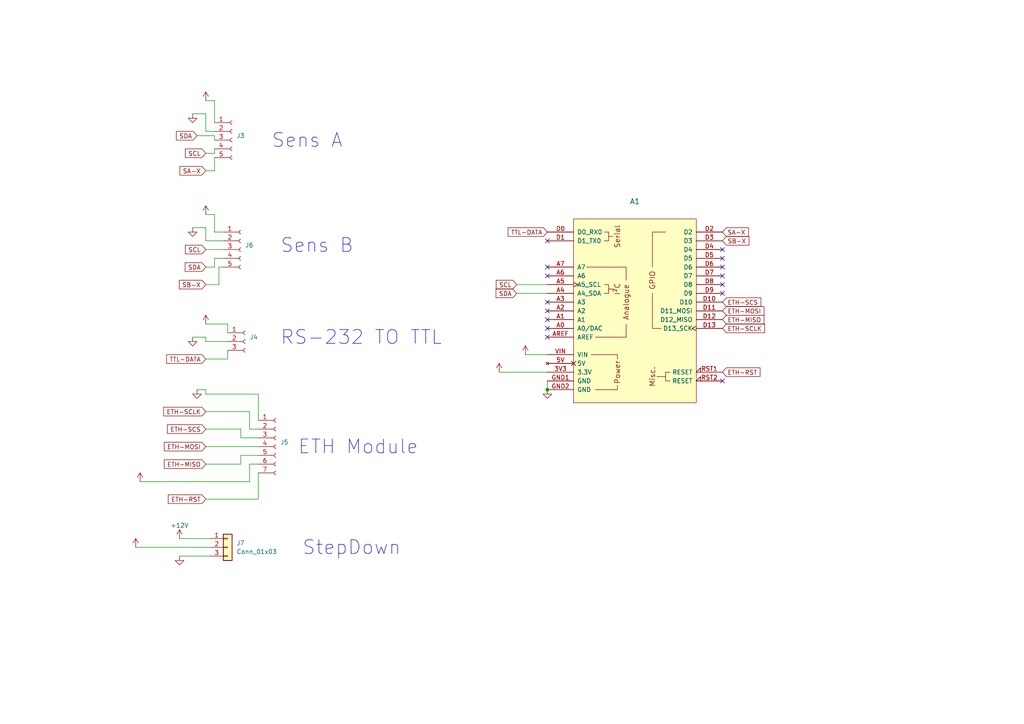
<source format=kicad_sch>
(kicad_sch (version 20230121) (generator eeschema)

  (uuid e63e39d7-6ac0-4ffd-8aa3-1841a4541b55)

  (paper "A4")

  (lib_symbols
    (symbol "Connector:Conn_01x03_Female" (pin_names (offset 1.016) hide) (in_bom yes) (on_board yes)
      (property "Reference" "J" (at 0 5.08 0)
        (effects (font (size 1.27 1.27)))
      )
      (property "Value" "Conn_01x03_Female" (at 0 -5.08 0)
        (effects (font (size 1.27 1.27)))
      )
      (property "Footprint" "" (at 0 0 0)
        (effects (font (size 1.27 1.27)) hide)
      )
      (property "Datasheet" "~" (at 0 0 0)
        (effects (font (size 1.27 1.27)) hide)
      )
      (property "ki_keywords" "connector" (at 0 0 0)
        (effects (font (size 1.27 1.27)) hide)
      )
      (property "ki_description" "Generic connector, single row, 01x03, script generated (kicad-library-utils/schlib/autogen/connector/)" (at 0 0 0)
        (effects (font (size 1.27 1.27)) hide)
      )
      (property "ki_fp_filters" "Connector*:*_1x??_*" (at 0 0 0)
        (effects (font (size 1.27 1.27)) hide)
      )
      (symbol "Conn_01x03_Female_1_1"
        (arc (start 0 -2.032) (mid -0.5058 -2.54) (end 0 -3.048)
          (stroke (width 0.1524) (type default))
          (fill (type none))
        )
        (polyline
          (pts
            (xy -1.27 -2.54)
            (xy -0.508 -2.54)
          )
          (stroke (width 0.1524) (type default))
          (fill (type none))
        )
        (polyline
          (pts
            (xy -1.27 0)
            (xy -0.508 0)
          )
          (stroke (width 0.1524) (type default))
          (fill (type none))
        )
        (polyline
          (pts
            (xy -1.27 2.54)
            (xy -0.508 2.54)
          )
          (stroke (width 0.1524) (type default))
          (fill (type none))
        )
        (arc (start 0 0.508) (mid -0.5058 0) (end 0 -0.508)
          (stroke (width 0.1524) (type default))
          (fill (type none))
        )
        (arc (start 0 3.048) (mid -0.5058 2.54) (end 0 2.032)
          (stroke (width 0.1524) (type default))
          (fill (type none))
        )
        (pin passive line (at -5.08 2.54 0) (length 3.81)
          (name "Pin_1" (effects (font (size 1.27 1.27))))
          (number "1" (effects (font (size 1.27 1.27))))
        )
        (pin passive line (at -5.08 0 0) (length 3.81)
          (name "Pin_2" (effects (font (size 1.27 1.27))))
          (number "2" (effects (font (size 1.27 1.27))))
        )
        (pin passive line (at -5.08 -2.54 0) (length 3.81)
          (name "Pin_3" (effects (font (size 1.27 1.27))))
          (number "3" (effects (font (size 1.27 1.27))))
        )
      )
    )
    (symbol "Connector:Conn_01x05_Female" (pin_names (offset 1.016) hide) (in_bom yes) (on_board yes)
      (property "Reference" "J" (at 0 7.62 0)
        (effects (font (size 1.27 1.27)))
      )
      (property "Value" "Conn_01x05_Female" (at 0 -7.62 0)
        (effects (font (size 1.27 1.27)))
      )
      (property "Footprint" "" (at 0 0 0)
        (effects (font (size 1.27 1.27)) hide)
      )
      (property "Datasheet" "~" (at 0 0 0)
        (effects (font (size 1.27 1.27)) hide)
      )
      (property "ki_keywords" "connector" (at 0 0 0)
        (effects (font (size 1.27 1.27)) hide)
      )
      (property "ki_description" "Generic connector, single row, 01x05, script generated (kicad-library-utils/schlib/autogen/connector/)" (at 0 0 0)
        (effects (font (size 1.27 1.27)) hide)
      )
      (property "ki_fp_filters" "Connector*:*_1x??_*" (at 0 0 0)
        (effects (font (size 1.27 1.27)) hide)
      )
      (symbol "Conn_01x05_Female_1_1"
        (arc (start 0 -4.572) (mid -0.5058 -5.08) (end 0 -5.588)
          (stroke (width 0.1524) (type default))
          (fill (type none))
        )
        (arc (start 0 -2.032) (mid -0.5058 -2.54) (end 0 -3.048)
          (stroke (width 0.1524) (type default))
          (fill (type none))
        )
        (polyline
          (pts
            (xy -1.27 -5.08)
            (xy -0.508 -5.08)
          )
          (stroke (width 0.1524) (type default))
          (fill (type none))
        )
        (polyline
          (pts
            (xy -1.27 -2.54)
            (xy -0.508 -2.54)
          )
          (stroke (width 0.1524) (type default))
          (fill (type none))
        )
        (polyline
          (pts
            (xy -1.27 0)
            (xy -0.508 0)
          )
          (stroke (width 0.1524) (type default))
          (fill (type none))
        )
        (polyline
          (pts
            (xy -1.27 2.54)
            (xy -0.508 2.54)
          )
          (stroke (width 0.1524) (type default))
          (fill (type none))
        )
        (polyline
          (pts
            (xy -1.27 5.08)
            (xy -0.508 5.08)
          )
          (stroke (width 0.1524) (type default))
          (fill (type none))
        )
        (arc (start 0 0.508) (mid -0.5058 0) (end 0 -0.508)
          (stroke (width 0.1524) (type default))
          (fill (type none))
        )
        (arc (start 0 3.048) (mid -0.5058 2.54) (end 0 2.032)
          (stroke (width 0.1524) (type default))
          (fill (type none))
        )
        (arc (start 0 5.588) (mid -0.5058 5.08) (end 0 4.572)
          (stroke (width 0.1524) (type default))
          (fill (type none))
        )
        (pin passive line (at -5.08 5.08 0) (length 3.81)
          (name "Pin_1" (effects (font (size 1.27 1.27))))
          (number "1" (effects (font (size 1.27 1.27))))
        )
        (pin passive line (at -5.08 2.54 0) (length 3.81)
          (name "Pin_2" (effects (font (size 1.27 1.27))))
          (number "2" (effects (font (size 1.27 1.27))))
        )
        (pin passive line (at -5.08 0 0) (length 3.81)
          (name "Pin_3" (effects (font (size 1.27 1.27))))
          (number "3" (effects (font (size 1.27 1.27))))
        )
        (pin passive line (at -5.08 -2.54 0) (length 3.81)
          (name "Pin_4" (effects (font (size 1.27 1.27))))
          (number "4" (effects (font (size 1.27 1.27))))
        )
        (pin passive line (at -5.08 -5.08 0) (length 3.81)
          (name "Pin_5" (effects (font (size 1.27 1.27))))
          (number "5" (effects (font (size 1.27 1.27))))
        )
      )
    )
    (symbol "Connector:Conn_01x07_Female" (pin_names (offset 1.016) hide) (in_bom yes) (on_board yes)
      (property "Reference" "J" (at 0 10.16 0)
        (effects (font (size 1.27 1.27)))
      )
      (property "Value" "Conn_01x07_Female" (at 0 -10.16 0)
        (effects (font (size 1.27 1.27)))
      )
      (property "Footprint" "" (at 0 0 0)
        (effects (font (size 1.27 1.27)) hide)
      )
      (property "Datasheet" "~" (at 0 0 0)
        (effects (font (size 1.27 1.27)) hide)
      )
      (property "ki_keywords" "connector" (at 0 0 0)
        (effects (font (size 1.27 1.27)) hide)
      )
      (property "ki_description" "Generic connector, single row, 01x07, script generated (kicad-library-utils/schlib/autogen/connector/)" (at 0 0 0)
        (effects (font (size 1.27 1.27)) hide)
      )
      (property "ki_fp_filters" "Connector*:*_1x??_*" (at 0 0 0)
        (effects (font (size 1.27 1.27)) hide)
      )
      (symbol "Conn_01x07_Female_1_1"
        (arc (start 0 -7.112) (mid -0.5058 -7.62) (end 0 -8.128)
          (stroke (width 0.1524) (type default))
          (fill (type none))
        )
        (arc (start 0 -4.572) (mid -0.5058 -5.08) (end 0 -5.588)
          (stroke (width 0.1524) (type default))
          (fill (type none))
        )
        (arc (start 0 -2.032) (mid -0.5058 -2.54) (end 0 -3.048)
          (stroke (width 0.1524) (type default))
          (fill (type none))
        )
        (polyline
          (pts
            (xy -1.27 -7.62)
            (xy -0.508 -7.62)
          )
          (stroke (width 0.1524) (type default))
          (fill (type none))
        )
        (polyline
          (pts
            (xy -1.27 -5.08)
            (xy -0.508 -5.08)
          )
          (stroke (width 0.1524) (type default))
          (fill (type none))
        )
        (polyline
          (pts
            (xy -1.27 -2.54)
            (xy -0.508 -2.54)
          )
          (stroke (width 0.1524) (type default))
          (fill (type none))
        )
        (polyline
          (pts
            (xy -1.27 0)
            (xy -0.508 0)
          )
          (stroke (width 0.1524) (type default))
          (fill (type none))
        )
        (polyline
          (pts
            (xy -1.27 2.54)
            (xy -0.508 2.54)
          )
          (stroke (width 0.1524) (type default))
          (fill (type none))
        )
        (polyline
          (pts
            (xy -1.27 5.08)
            (xy -0.508 5.08)
          )
          (stroke (width 0.1524) (type default))
          (fill (type none))
        )
        (polyline
          (pts
            (xy -1.27 7.62)
            (xy -0.508 7.62)
          )
          (stroke (width 0.1524) (type default))
          (fill (type none))
        )
        (arc (start 0 0.508) (mid -0.5058 0) (end 0 -0.508)
          (stroke (width 0.1524) (type default))
          (fill (type none))
        )
        (arc (start 0 3.048) (mid -0.5058 2.54) (end 0 2.032)
          (stroke (width 0.1524) (type default))
          (fill (type none))
        )
        (arc (start 0 5.588) (mid -0.5058 5.08) (end 0 4.572)
          (stroke (width 0.1524) (type default))
          (fill (type none))
        )
        (arc (start 0 8.128) (mid -0.5058 7.62) (end 0 7.112)
          (stroke (width 0.1524) (type default))
          (fill (type none))
        )
        (pin passive line (at -5.08 7.62 0) (length 3.81)
          (name "Pin_1" (effects (font (size 1.27 1.27))))
          (number "1" (effects (font (size 1.27 1.27))))
        )
        (pin passive line (at -5.08 5.08 0) (length 3.81)
          (name "Pin_2" (effects (font (size 1.27 1.27))))
          (number "2" (effects (font (size 1.27 1.27))))
        )
        (pin passive line (at -5.08 2.54 0) (length 3.81)
          (name "Pin_3" (effects (font (size 1.27 1.27))))
          (number "3" (effects (font (size 1.27 1.27))))
        )
        (pin passive line (at -5.08 0 0) (length 3.81)
          (name "Pin_4" (effects (font (size 1.27 1.27))))
          (number "4" (effects (font (size 1.27 1.27))))
        )
        (pin passive line (at -5.08 -2.54 0) (length 3.81)
          (name "Pin_5" (effects (font (size 1.27 1.27))))
          (number "5" (effects (font (size 1.27 1.27))))
        )
        (pin passive line (at -5.08 -5.08 0) (length 3.81)
          (name "Pin_6" (effects (font (size 1.27 1.27))))
          (number "6" (effects (font (size 1.27 1.27))))
        )
        (pin passive line (at -5.08 -7.62 0) (length 3.81)
          (name "Pin_7" (effects (font (size 1.27 1.27))))
          (number "7" (effects (font (size 1.27 1.27))))
        )
      )
    )
    (symbol "Connector_Generic:Conn_01x03" (pin_names (offset 1.016) hide) (in_bom yes) (on_board yes)
      (property "Reference" "J" (at 0 5.08 0)
        (effects (font (size 1.27 1.27)))
      )
      (property "Value" "Conn_01x03" (at 0 -5.08 0)
        (effects (font (size 1.27 1.27)))
      )
      (property "Footprint" "" (at 0 0 0)
        (effects (font (size 1.27 1.27)) hide)
      )
      (property "Datasheet" "~" (at 0 0 0)
        (effects (font (size 1.27 1.27)) hide)
      )
      (property "ki_keywords" "connector" (at 0 0 0)
        (effects (font (size 1.27 1.27)) hide)
      )
      (property "ki_description" "Generic connector, single row, 01x03, script generated (kicad-library-utils/schlib/autogen/connector/)" (at 0 0 0)
        (effects (font (size 1.27 1.27)) hide)
      )
      (property "ki_fp_filters" "Connector*:*_1x??_*" (at 0 0 0)
        (effects (font (size 1.27 1.27)) hide)
      )
      (symbol "Conn_01x03_1_1"
        (rectangle (start -1.27 -2.413) (end 0 -2.667)
          (stroke (width 0.1524) (type default))
          (fill (type none))
        )
        (rectangle (start -1.27 0.127) (end 0 -0.127)
          (stroke (width 0.1524) (type default))
          (fill (type none))
        )
        (rectangle (start -1.27 2.667) (end 0 2.413)
          (stroke (width 0.1524) (type default))
          (fill (type none))
        )
        (rectangle (start -1.27 3.81) (end 1.27 -3.81)
          (stroke (width 0.254) (type default))
          (fill (type background))
        )
        (pin passive line (at -5.08 2.54 0) (length 3.81)
          (name "Pin_1" (effects (font (size 1.27 1.27))))
          (number "1" (effects (font (size 1.27 1.27))))
        )
        (pin passive line (at -5.08 0 0) (length 3.81)
          (name "Pin_2" (effects (font (size 1.27 1.27))))
          (number "2" (effects (font (size 1.27 1.27))))
        )
        (pin passive line (at -5.08 -2.54 0) (length 3.81)
          (name "Pin_3" (effects (font (size 1.27 1.27))))
          (number "3" (effects (font (size 1.27 1.27))))
        )
      )
    )
    (symbol "arduino-library:Arduino_Nano_33_IoT_Tile" (pin_names (offset 1.016)) (in_bom yes) (on_board yes)
      (property "Reference" "A" (at 0 33.02 0)
        (effects (font (size 1.524 1.524)))
      )
      (property "Value" "Arduino_Nano_33_IoT_Tile" (at 0 29.21 0)
        (effects (font (size 1.524 1.524)))
      )
      (property "Footprint" "arduino-library:Arduino_Nano_33_IoT_Tile" (at 0 -34.29 0)
        (effects (font (size 1.524 1.524)) hide)
      )
      (property "Datasheet" "https://docs.arduino.cc/hardware/nano-33-iot" (at 0 -30.48 0)
        (effects (font (size 1.524 1.524)) hide)
      )
      (property "ki_keywords" "Arduino MPU Shield" (at 0 0 0)
        (effects (font (size 1.27 1.27)) hide)
      )
      (property "ki_description" "Tile (SMD Pads) for Arduino Nano 33 IoT" (at 0 0 0)
        (effects (font (size 1.27 1.27)) hide)
      )
      (property "ki_fp_filters" "Arduino_Nano_33_IoT_Tile" (at 0 0 0)
        (effects (font (size 1.27 1.27)) hide)
      )
      (symbol "Arduino_Nano_33_IoT_Tile_0_0"
        (rectangle (start -17.78 26.67) (end 17.78 -26.67)
          (stroke (width 0) (type default))
          (fill (type background))
        )
        (polyline
          (pts
            (xy -7.62 6.35)
            (xy -6.35 6.35)
          )
          (stroke (width 0) (type default))
          (fill (type none))
        )
        (polyline
          (pts
            (xy -7.62 21.59)
            (xy -6.35 21.59)
          )
          (stroke (width 0) (type default))
          (fill (type none))
        )
        (polyline
          (pts
            (xy 8.89 -19.05)
            (xy 6.35 -19.05)
          )
          (stroke (width 0) (type default))
          (fill (type none))
        )
        (polyline
          (pts
            (xy -11.43 -22.86)
            (xy -5.08 -22.86)
            (xy -5.08 -21.59)
          )
          (stroke (width 0) (type default))
          (fill (type none))
        )
        (polyline
          (pts
            (xy -5.08 -13.97)
            (xy -5.08 -12.7)
            (xy -12.7 -12.7)
          )
          (stroke (width 0) (type default))
          (fill (type none))
        )
        (polyline
          (pts
            (xy -8.89 7.62)
            (xy -7.62 7.62)
            (xy -7.62 5.08)
            (xy -8.89 5.08)
          )
          (stroke (width 0) (type default))
          (fill (type none))
        )
        (polyline
          (pts
            (xy -8.89 22.86)
            (xy -7.62 22.86)
            (xy -7.62 20.32)
            (xy -8.89 20.32)
          )
          (stroke (width 0) (type default))
          (fill (type none))
        )
        (text "Analogue" (at -2.54 2.54 900)
          (effects (font (size 1.524 1.524)))
        )
        (text "I²C" (at -5.08 6.35 900)
          (effects (font (size 1.524 1.524)))
        )
        (text "Misc." (at 5.08 -19.05 900)
          (effects (font (size 1.524 1.524)))
        )
        (text "Power" (at -5.08 -17.78 900)
          (effects (font (size 1.524 1.524)))
        )
        (text "Serial" (at -5.08 21.59 900)
          (effects (font (size 1.524 1.524)))
        )
      )
      (symbol "Arduino_Nano_33_IoT_Tile_0_1"
        (polyline
          (pts
            (xy -13.97 12.7)
            (xy -2.54 12.7)
            (xy -2.54 8.89)
          )
          (stroke (width 0) (type default))
          (fill (type none))
        )
        (polyline
          (pts
            (xy -11.43 -7.62)
            (xy -2.54 -7.62)
            (xy -2.54 -3.81)
          )
          (stroke (width 0) (type default))
          (fill (type none))
        )
        (polyline
          (pts
            (xy 7.62 -5.08)
            (xy 5.08 -5.08)
            (xy 5.08 5.08)
          )
          (stroke (width 0) (type default))
          (fill (type none))
        )
        (polyline
          (pts
            (xy 8.89 22.86)
            (xy 5.08 22.86)
            (xy 5.08 12.7)
          )
          (stroke (width 0) (type default))
          (fill (type none))
        )
        (polyline
          (pts
            (xy 10.16 -17.78)
            (xy 8.89 -17.78)
            (xy 8.89 -20.32)
            (xy 10.16 -20.32)
          )
          (stroke (width 0) (type default))
          (fill (type none))
        )
      )
      (symbol "Arduino_Nano_33_IoT_Tile_1_0"
        (text "GPIO" (at 5.08 8.89 900)
          (effects (font (size 1.524 1.524)))
        )
      )
      (symbol "Arduino_Nano_33_IoT_Tile_1_1"
        (pin power_in line (at -25.4 -17.78 0) (length 7.62)
          (name "3.3V" (effects (font (size 1.27 1.27))))
          (number "3V3" (effects (font (size 1.27 1.27))))
        )
        (pin no_connect non_logic (at -25.4 -15.24 0) (length 7.62)
          (name "5V" (effects (font (size 1.27 1.27))))
          (number "5V" (effects (font (size 1.27 1.27))))
        )
        (pin bidirectional line (at -25.4 -5.08 0) (length 7.62)
          (name "A0/DAC" (effects (font (size 1.27 1.27))))
          (number "A0" (effects (font (size 1.27 1.27))))
        )
        (pin bidirectional line (at -25.4 -2.54 0) (length 7.62)
          (name "A1" (effects (font (size 1.27 1.27))))
          (number "A1" (effects (font (size 1.27 1.27))))
        )
        (pin bidirectional line (at -25.4 0 0) (length 7.62)
          (name "A2" (effects (font (size 1.27 1.27))))
          (number "A2" (effects (font (size 1.27 1.27))))
        )
        (pin bidirectional line (at -25.4 2.54 0) (length 7.62)
          (name "A3" (effects (font (size 1.27 1.27))))
          (number "A3" (effects (font (size 1.27 1.27))))
        )
        (pin bidirectional line (at -25.4 5.08 0) (length 7.62)
          (name "A4_SDA" (effects (font (size 1.27 1.27))))
          (number "A4" (effects (font (size 1.27 1.27))))
        )
        (pin bidirectional clock (at -25.4 7.62 0) (length 7.62)
          (name "A5_SCL" (effects (font (size 1.27 1.27))))
          (number "A5" (effects (font (size 1.27 1.27))))
        )
        (pin input line (at -25.4 10.16 0) (length 7.62)
          (name "A6" (effects (font (size 1.27 1.27))))
          (number "A6" (effects (font (size 1.27 1.27))))
        )
        (pin input line (at -25.4 12.7 0) (length 7.62)
          (name "A7" (effects (font (size 1.27 1.27))))
          (number "A7" (effects (font (size 1.27 1.27))))
        )
        (pin input line (at -25.4 -7.62 0) (length 7.62)
          (name "AREF" (effects (font (size 1.27 1.27))))
          (number "AREF" (effects (font (size 1.27 1.27))))
        )
        (pin bidirectional line (at -25.4 22.86 0) (length 7.62)
          (name "D0_RX0" (effects (font (size 1.27 1.27))))
          (number "D0" (effects (font (size 1.27 1.27))))
        )
        (pin bidirectional line (at -25.4 20.32 0) (length 7.62)
          (name "D1_TX0" (effects (font (size 1.27 1.27))))
          (number "D1" (effects (font (size 1.27 1.27))))
        )
        (pin bidirectional line (at 25.4 2.54 180) (length 7.62)
          (name "D10" (effects (font (size 1.27 1.27))))
          (number "D10" (effects (font (size 1.27 1.27))))
        )
        (pin bidirectional line (at 25.4 0 180) (length 7.62)
          (name "D11_MOSI" (effects (font (size 1.27 1.27))))
          (number "D11" (effects (font (size 1.27 1.27))))
        )
        (pin bidirectional line (at 25.4 -2.54 180) (length 7.62)
          (name "D12_MISO" (effects (font (size 1.27 1.27))))
          (number "D12" (effects (font (size 1.27 1.27))))
        )
        (pin bidirectional clock (at 25.4 -5.08 180) (length 7.62)
          (name "D13_SCK" (effects (font (size 1.27 1.27))))
          (number "D13" (effects (font (size 1.27 1.27))))
        )
        (pin bidirectional line (at 25.4 22.86 180) (length 7.62)
          (name "D2" (effects (font (size 1.27 1.27))))
          (number "D2" (effects (font (size 1.27 1.27))))
        )
        (pin bidirectional line (at 25.4 20.32 180) (length 7.62)
          (name "D3" (effects (font (size 1.27 1.27))))
          (number "D3" (effects (font (size 1.27 1.27))))
        )
        (pin bidirectional line (at 25.4 17.78 180) (length 7.62)
          (name "D4" (effects (font (size 1.27 1.27))))
          (number "D4" (effects (font (size 1.27 1.27))))
        )
        (pin bidirectional line (at 25.4 15.24 180) (length 7.62)
          (name "D5" (effects (font (size 1.27 1.27))))
          (number "D5" (effects (font (size 1.27 1.27))))
        )
        (pin bidirectional line (at 25.4 12.7 180) (length 7.62)
          (name "D6" (effects (font (size 1.27 1.27))))
          (number "D6" (effects (font (size 1.27 1.27))))
        )
        (pin bidirectional line (at 25.4 10.16 180) (length 7.62)
          (name "D7" (effects (font (size 1.27 1.27))))
          (number "D7" (effects (font (size 1.27 1.27))))
        )
        (pin bidirectional line (at 25.4 7.62 180) (length 7.62)
          (name "D8" (effects (font (size 1.27 1.27))))
          (number "D8" (effects (font (size 1.27 1.27))))
        )
        (pin bidirectional line (at 25.4 5.08 180) (length 7.62)
          (name "D9" (effects (font (size 1.27 1.27))))
          (number "D9" (effects (font (size 1.27 1.27))))
        )
        (pin power_in line (at -25.4 -20.32 0) (length 7.62)
          (name "GND" (effects (font (size 1.27 1.27))))
          (number "GND1" (effects (font (size 1.27 1.27))))
        )
        (pin power_in line (at -25.4 -22.86 0) (length 7.62)
          (name "GND" (effects (font (size 1.27 1.27))))
          (number "GND2" (effects (font (size 1.27 1.27))))
        )
        (pin open_collector input_low (at 25.4 -17.78 180) (length 7.62)
          (name "RESET" (effects (font (size 1.27 1.27))))
          (number "RST1" (effects (font (size 1.27 1.27))))
        )
        (pin open_collector input_low (at 25.4 -20.32 180) (length 7.62)
          (name "RESET" (effects (font (size 1.27 1.27))))
          (number "RST2" (effects (font (size 1.27 1.27))))
        )
        (pin power_in line (at -25.4 -12.7 0) (length 7.62)
          (name "VIN" (effects (font (size 1.27 1.27))))
          (number "VIN" (effects (font (size 1.27 1.27))))
        )
      )
    )
    (symbol "power:+12V" (power) (pin_names (offset 0)) (in_bom yes) (on_board yes)
      (property "Reference" "#PWR" (at 0 -3.81 0)
        (effects (font (size 1.27 1.27)) hide)
      )
      (property "Value" "+12V" (at 0 3.556 0)
        (effects (font (size 1.27 1.27)))
      )
      (property "Footprint" "" (at 0 0 0)
        (effects (font (size 1.27 1.27)) hide)
      )
      (property "Datasheet" "" (at 0 0 0)
        (effects (font (size 1.27 1.27)) hide)
      )
      (property "ki_keywords" "global power" (at 0 0 0)
        (effects (font (size 1.27 1.27)) hide)
      )
      (property "ki_description" "Power symbol creates a global label with name \"+12V\"" (at 0 0 0)
        (effects (font (size 1.27 1.27)) hide)
      )
      (symbol "+12V_0_1"
        (polyline
          (pts
            (xy -0.762 1.27)
            (xy 0 2.54)
          )
          (stroke (width 0) (type default))
          (fill (type none))
        )
        (polyline
          (pts
            (xy 0 0)
            (xy 0 2.54)
          )
          (stroke (width 0) (type default))
          (fill (type none))
        )
        (polyline
          (pts
            (xy 0 2.54)
            (xy 0.762 1.27)
          )
          (stroke (width 0) (type default))
          (fill (type none))
        )
      )
      (symbol "+12V_1_1"
        (pin power_in line (at 0 0 90) (length 0) hide
          (name "+12V" (effects (font (size 1.27 1.27))))
          (number "1" (effects (font (size 1.27 1.27))))
        )
      )
    )
    (symbol "power:+3.3V" (power) (pin_names (offset 0)) (in_bom yes) (on_board yes)
      (property "Reference" "#PWR" (at 0 -3.81 0)
        (effects (font (size 1.27 1.27)) hide)
      )
      (property "Value" "+3.3V" (at 0 3.556 0)
        (effects (font (size 1.27 1.27)))
      )
      (property "Footprint" "" (at 0 0 0)
        (effects (font (size 1.27 1.27)) hide)
      )
      (property "Datasheet" "" (at 0 0 0)
        (effects (font (size 1.27 1.27)) hide)
      )
      (property "ki_keywords" "power-flag" (at 0 0 0)
        (effects (font (size 1.27 1.27)) hide)
      )
      (property "ki_description" "Power symbol creates a global label with name \"+3.3V\"" (at 0 0 0)
        (effects (font (size 1.27 1.27)) hide)
      )
      (symbol "+3.3V_0_1"
        (polyline
          (pts
            (xy -0.762 1.27)
            (xy 0 2.54)
          )
          (stroke (width 0) (type default))
          (fill (type none))
        )
        (polyline
          (pts
            (xy 0 0)
            (xy 0 2.54)
          )
          (stroke (width 0) (type default))
          (fill (type none))
        )
        (polyline
          (pts
            (xy 0 2.54)
            (xy 0.762 1.27)
          )
          (stroke (width 0) (type default))
          (fill (type none))
        )
      )
      (symbol "+3.3V_1_1"
        (pin power_in line (at 0 0 90) (length 0) hide
          (name "+3V3" (effects (font (size 1.27 1.27))))
          (number "1" (effects (font (size 1.27 1.27))))
        )
      )
    )
    (symbol "power:+5V" (power) (pin_names (offset 0)) (in_bom yes) (on_board yes)
      (property "Reference" "#PWR" (at 0 -3.81 0)
        (effects (font (size 1.27 1.27)) hide)
      )
      (property "Value" "+5V" (at 0 3.556 0)
        (effects (font (size 1.27 1.27)))
      )
      (property "Footprint" "" (at 0 0 0)
        (effects (font (size 1.27 1.27)) hide)
      )
      (property "Datasheet" "" (at 0 0 0)
        (effects (font (size 1.27 1.27)) hide)
      )
      (property "ki_keywords" "power-flag" (at 0 0 0)
        (effects (font (size 1.27 1.27)) hide)
      )
      (property "ki_description" "Power symbol creates a global label with name \"+5V\"" (at 0 0 0)
        (effects (font (size 1.27 1.27)) hide)
      )
      (symbol "+5V_0_1"
        (polyline
          (pts
            (xy -0.762 1.27)
            (xy 0 2.54)
          )
          (stroke (width 0) (type default))
          (fill (type none))
        )
        (polyline
          (pts
            (xy 0 0)
            (xy 0 2.54)
          )
          (stroke (width 0) (type default))
          (fill (type none))
        )
        (polyline
          (pts
            (xy 0 2.54)
            (xy 0.762 1.27)
          )
          (stroke (width 0) (type default))
          (fill (type none))
        )
      )
      (symbol "+5V_1_1"
        (pin power_in line (at 0 0 90) (length 0) hide
          (name "+5V" (effects (font (size 1.27 1.27))))
          (number "1" (effects (font (size 1.27 1.27))))
        )
      )
    )
    (symbol "power:GND" (power) (pin_names (offset 0)) (in_bom yes) (on_board yes)
      (property "Reference" "#PWR" (at 0 -6.35 0)
        (effects (font (size 1.27 1.27)) hide)
      )
      (property "Value" "GND" (at 0 -3.81 0)
        (effects (font (size 1.27 1.27)))
      )
      (property "Footprint" "" (at 0 0 0)
        (effects (font (size 1.27 1.27)) hide)
      )
      (property "Datasheet" "" (at 0 0 0)
        (effects (font (size 1.27 1.27)) hide)
      )
      (property "ki_keywords" "power-flag" (at 0 0 0)
        (effects (font (size 1.27 1.27)) hide)
      )
      (property "ki_description" "Power symbol creates a global label with name \"GND\" , ground" (at 0 0 0)
        (effects (font (size 1.27 1.27)) hide)
      )
      (symbol "GND_0_1"
        (polyline
          (pts
            (xy 0 0)
            (xy 0 -1.27)
            (xy 1.27 -1.27)
            (xy 0 -2.54)
            (xy -1.27 -1.27)
            (xy 0 -1.27)
          )
          (stroke (width 0) (type default))
          (fill (type none))
        )
      )
      (symbol "GND_1_1"
        (pin power_in line (at 0 0 270) (length 0) hide
          (name "GND" (effects (font (size 1.27 1.27))))
          (number "1" (effects (font (size 1.27 1.27))))
        )
      )
    )
  )

  (junction (at 158.75 113.03) (diameter 0) (color 0 0 0 0)
    (uuid 1b0a040c-9f42-4598-8d74-3937c6181a95)
  )

  (no_connect (at 209.55 77.47) (uuid 0b48b6a0-1fb4-495b-95dc-62f3288a3810))
  (no_connect (at 209.55 82.55) (uuid 167d1794-599b-4f03-a5d0-051d86494834))
  (no_connect (at 158.75 87.63) (uuid 1ff2b827-63dc-4692-a6d0-abbc07f0c3cd))
  (no_connect (at 209.55 110.49) (uuid 20e5e6da-64ce-4e70-bacf-1493a7f5e6a0))
  (no_connect (at 158.75 80.01) (uuid 22e1d0e3-4235-45c8-87aa-5b49858daefd))
  (no_connect (at 209.55 74.93) (uuid 32ec17cd-161c-4415-921e-178054af9513))
  (no_connect (at 158.75 90.17) (uuid 354fbe95-b20c-464b-9650-5fdd3f3e2eb9))
  (no_connect (at 158.75 95.25) (uuid 58c6b449-6835-4fad-8f30-83f2f623a801))
  (no_connect (at 158.75 97.79) (uuid 667cd13d-b332-4b2b-88e2-3a6d292c1fcb))
  (no_connect (at 158.75 77.47) (uuid 7d169255-e9d3-4353-b693-e869e795ff13))
  (no_connect (at 158.75 92.71) (uuid 9381150b-0fa3-48b3-8927-26f14aec54e9))
  (no_connect (at 209.55 72.39) (uuid 99f3657e-06e7-4f58-9888-dfa80387941a))
  (no_connect (at 209.55 85.09) (uuid b878dbce-fba5-4920-962c-ad702e3e653b))
  (no_connect (at 209.55 80.01) (uuid baf8025e-3b82-4f14-9e16-93aacf33b5c1))
  (no_connect (at 158.75 69.85) (uuid f60be379-6092-4bec-a414-9d029ba535dc))

  (wire (pts (xy 52.07 156.21) (xy 60.96 156.21))
    (stroke (width 0) (type default))
    (uuid 041ddf40-79a8-442f-9adc-4338a03f14fe)
  )
  (wire (pts (xy 149.86 82.55) (xy 158.75 82.55))
    (stroke (width 0) (type default))
    (uuid 07f2ecfd-33a7-4ea4-bbfe-bcc467b49593)
  )
  (wire (pts (xy 39.37 158.75) (xy 60.96 158.75))
    (stroke (width 0) (type default))
    (uuid 0c0861d1-197e-4a5f-b9bc-31ee42f8f8c9)
  )
  (wire (pts (xy 72.39 119.38) (xy 72.39 124.46))
    (stroke (width 0) (type default))
    (uuid 1363d469-8bda-49eb-b118-471c4e2c92bb)
  )
  (wire (pts (xy 59.69 62.23) (xy 62.23 62.23))
    (stroke (width 0) (type default))
    (uuid 159e121d-ebeb-4428-a64f-f6d547b67528)
  )
  (wire (pts (xy 59.69 49.53) (xy 62.23 49.53))
    (stroke (width 0) (type default))
    (uuid 171cc961-e3ad-4ab5-a7be-7c1d19ac2989)
  )
  (wire (pts (xy 69.85 132.08) (xy 74.93 132.08))
    (stroke (width 0) (type default))
    (uuid 1d3b4ba6-2abc-4159-bfd3-caf796019674)
  )
  (wire (pts (xy 59.69 124.46) (xy 69.85 124.46))
    (stroke (width 0) (type default))
    (uuid 23a84378-1cfa-47e2-bfe7-682d908863b6)
  )
  (wire (pts (xy 59.69 29.21) (xy 62.23 29.21))
    (stroke (width 0) (type default))
    (uuid 29f787be-1885-4466-b55f-fa435edc7234)
  )
  (wire (pts (xy 55.88 33.02) (xy 59.69 33.02))
    (stroke (width 0) (type default))
    (uuid 2f40c90b-a75b-4f71-96c0-94590ecca206)
  )
  (wire (pts (xy 62.23 67.31) (xy 64.77 67.31))
    (stroke (width 0) (type default))
    (uuid 30175c5c-c3d1-4003-9022-a387b9eb0252)
  )
  (wire (pts (xy 63.5 77.47) (xy 63.5 82.55))
    (stroke (width 0) (type default))
    (uuid 31ab6056-77a7-4722-90c3-619f8073b0cc)
  )
  (wire (pts (xy 149.86 85.09) (xy 158.75 85.09))
    (stroke (width 0) (type default))
    (uuid 3814f352-aa69-4060-94d0-890bb9db08c6)
  )
  (wire (pts (xy 62.23 77.47) (xy 62.23 74.93))
    (stroke (width 0) (type default))
    (uuid 3bfafc68-5a3d-4699-b392-247727690a99)
  )
  (wire (pts (xy 59.69 33.02) (xy 59.69 38.1))
    (stroke (width 0) (type default))
    (uuid 3f64952b-5f4f-450b-a758-75a414158abc)
  )
  (wire (pts (xy 59.69 69.85) (xy 64.77 69.85))
    (stroke (width 0) (type default))
    (uuid 474ac205-6513-4503-bbbe-228b990ada96)
  )
  (wire (pts (xy 55.88 97.79) (xy 59.69 97.79))
    (stroke (width 0) (type default))
    (uuid 57f0d55e-f92b-45fd-98b7-7e26db57a092)
  )
  (wire (pts (xy 59.69 113.03) (xy 59.69 114.3))
    (stroke (width 0) (type default))
    (uuid 5f9e161f-db30-44a1-a010-508bfbcccc5c)
  )
  (wire (pts (xy 59.69 99.06) (xy 66.04 99.06))
    (stroke (width 0) (type default))
    (uuid 618dd691-b311-4f9c-9908-ae7fda2219f2)
  )
  (wire (pts (xy 57.15 39.37) (xy 62.23 39.37))
    (stroke (width 0) (type default))
    (uuid 67973c64-6539-4f00-b279-3c3bb332960e)
  )
  (wire (pts (xy 63.5 82.55) (xy 59.69 82.55))
    (stroke (width 0) (type default))
    (uuid 68262c3f-2eac-49c4-a52d-98f432c5e08a)
  )
  (wire (pts (xy 59.69 93.98) (xy 66.04 93.98))
    (stroke (width 0) (type default))
    (uuid 6d7bf4b1-5605-40c0-aa22-690fc320715d)
  )
  (wire (pts (xy 62.23 29.21) (xy 62.23 35.56))
    (stroke (width 0) (type default))
    (uuid 70f42b34-1de2-4cbc-b748-58f930fe5ac6)
  )
  (wire (pts (xy 69.85 127) (xy 69.85 124.46))
    (stroke (width 0) (type default))
    (uuid 74003382-8ed2-4af9-81d8-473fbc771c1c)
  )
  (wire (pts (xy 40.64 139.7) (xy 72.39 139.7))
    (stroke (width 0) (type default))
    (uuid 790a5710-511a-40a9-9e44-ca5d9dce35a2)
  )
  (wire (pts (xy 59.69 114.3) (xy 74.93 114.3))
    (stroke (width 0) (type default))
    (uuid 7b5894e5-5408-4760-bb39-d90bd74dcdaa)
  )
  (wire (pts (xy 59.69 77.47) (xy 62.23 77.47))
    (stroke (width 0) (type default))
    (uuid 8572c983-8a4f-4b1b-9c48-84dd06ad5e53)
  )
  (wire (pts (xy 158.75 110.49) (xy 158.75 113.03))
    (stroke (width 0) (type default))
    (uuid 8589d883-f462-4e51-8a8b-ebfd9b410d79)
  )
  (wire (pts (xy 59.69 134.62) (xy 69.85 134.62))
    (stroke (width 0) (type default))
    (uuid 87f1288a-38a1-4ce1-b495-67d8151d8f8d)
  )
  (wire (pts (xy 152.4 102.87) (xy 158.75 102.87))
    (stroke (width 0) (type default))
    (uuid 8849300c-0a8b-49e2-8153-7809d0646c05)
  )
  (wire (pts (xy 62.23 74.93) (xy 64.77 74.93))
    (stroke (width 0) (type default))
    (uuid 8a91e2e1-2da5-4f73-8e3f-119b10b1d0e5)
  )
  (wire (pts (xy 74.93 114.3) (xy 74.93 121.92))
    (stroke (width 0) (type default))
    (uuid 8b4bd524-e61a-4a6c-ae32-0ae131b8a1fa)
  )
  (wire (pts (xy 72.39 139.7) (xy 72.39 134.62))
    (stroke (width 0) (type default))
    (uuid 92d1b20d-c8ba-44a7-a62a-b8f4a8bdecfd)
  )
  (wire (pts (xy 62.23 44.45) (xy 62.23 43.18))
    (stroke (width 0) (type default))
    (uuid 951eb3ac-ed65-4f8d-b7c7-17ce684e42ed)
  )
  (wire (pts (xy 69.85 134.62) (xy 69.85 132.08))
    (stroke (width 0) (type default))
    (uuid 953dfb4a-fdc0-4d74-804c-30c8f78f79e8)
  )
  (wire (pts (xy 59.69 97.79) (xy 59.69 99.06))
    (stroke (width 0) (type default))
    (uuid 9ec3128c-b11f-4a1e-aed1-dea6a8f0032f)
  )
  (wire (pts (xy 66.04 104.14) (xy 66.04 101.6))
    (stroke (width 0) (type default))
    (uuid a004d7a0-de13-4d9e-afd1-bc88b441ee11)
  )
  (wire (pts (xy 74.93 144.78) (xy 59.69 144.78))
    (stroke (width 0) (type default))
    (uuid a29d9728-2751-45c0-b7d3-da56a5e43cf3)
  )
  (wire (pts (xy 59.69 129.54) (xy 74.93 129.54))
    (stroke (width 0) (type default))
    (uuid a52ad0c2-f1e6-4329-8de5-9455d837c963)
  )
  (wire (pts (xy 59.69 66.04) (xy 59.69 69.85))
    (stroke (width 0) (type default))
    (uuid afe48536-659f-46f7-ad86-39984185da1f)
  )
  (wire (pts (xy 144.78 107.95) (xy 158.75 107.95))
    (stroke (width 0) (type default))
    (uuid b2f99b6e-aabf-44d0-ba01-3a2c5b8a4dc1)
  )
  (wire (pts (xy 52.07 161.29) (xy 60.96 161.29))
    (stroke (width 0) (type default))
    (uuid b6ca5ea6-24e3-45a7-be6e-6118c9d1ea2e)
  )
  (wire (pts (xy 63.5 77.47) (xy 64.77 77.47))
    (stroke (width 0) (type default))
    (uuid c1ddab3c-49ae-4e46-8368-557bab81e422)
  )
  (wire (pts (xy 66.04 93.98) (xy 66.04 96.52))
    (stroke (width 0) (type default))
    (uuid c4f1e67d-10ba-4194-b5bb-829c6c4a780f)
  )
  (wire (pts (xy 59.69 38.1) (xy 62.23 38.1))
    (stroke (width 0) (type default))
    (uuid cbcc8a1d-0e6a-4b75-b2d5-552abc7e3339)
  )
  (wire (pts (xy 74.93 137.16) (xy 74.93 144.78))
    (stroke (width 0) (type default))
    (uuid ce0cc819-ecab-4deb-8ac7-c503d8482795)
  )
  (wire (pts (xy 62.23 62.23) (xy 62.23 67.31))
    (stroke (width 0) (type default))
    (uuid ce594b62-89f7-4bbd-8a96-9b251302b8b5)
  )
  (wire (pts (xy 59.69 72.39) (xy 64.77 72.39))
    (stroke (width 0) (type default))
    (uuid d355d510-0011-4350-aee0-73a0b9e715e7)
  )
  (wire (pts (xy 57.15 113.03) (xy 59.69 113.03))
    (stroke (width 0) (type default))
    (uuid d3fd0b61-441e-4263-b6cb-afc732af293d)
  )
  (wire (pts (xy 62.23 39.37) (xy 62.23 40.64))
    (stroke (width 0) (type default))
    (uuid d7e4e48f-b4fd-4ee4-ab5c-5a1cf6c39b67)
  )
  (wire (pts (xy 72.39 134.62) (xy 74.93 134.62))
    (stroke (width 0) (type default))
    (uuid dd940d10-7d25-4f7c-8dc3-6729190392f9)
  )
  (wire (pts (xy 72.39 124.46) (xy 74.93 124.46))
    (stroke (width 0) (type default))
    (uuid ddac25f5-d88e-4e7b-8f9f-1bd4d29424ff)
  )
  (wire (pts (xy 59.69 119.38) (xy 72.39 119.38))
    (stroke (width 0) (type default))
    (uuid dedcad2b-3625-4fd3-847b-9610234756e7)
  )
  (wire (pts (xy 55.88 66.04) (xy 59.69 66.04))
    (stroke (width 0) (type default))
    (uuid e1f49b9b-c78f-4326-85a2-606108c156a1)
  )
  (wire (pts (xy 59.69 44.45) (xy 62.23 44.45))
    (stroke (width 0) (type default))
    (uuid e6e2ace7-5b2e-4285-9f45-a98d1c09270b)
  )
  (wire (pts (xy 59.69 104.14) (xy 66.04 104.14))
    (stroke (width 0) (type default))
    (uuid ea2f5cdf-49a1-4b36-97ed-fe56c84442ec)
  )
  (wire (pts (xy 62.23 49.53) (xy 62.23 45.72))
    (stroke (width 0) (type default))
    (uuid eeae1dc3-afd5-4ae0-b196-33f636d1829d)
  )
  (wire (pts (xy 74.93 127) (xy 69.85 127))
    (stroke (width 0) (type default))
    (uuid fd3d2c9b-cb4f-4615-b018-27644e90ece4)
  )

  (text "Sens B\n" (at 81.28 73.66 0)
    (effects (font (size 4 4)) (justify left bottom))
    (uuid 091d8da1-a560-421e-b3d0-4609f77a8f97)
  )
  (text "Sens A" (at 78.74 43.18 0)
    (effects (font (size 4 4)) (justify left bottom))
    (uuid 79ae0a43-f084-425a-97eb-7d58664ed85e)
  )
  (text "RS-232 TO TTL" (at 81.28 100.33 0)
    (effects (font (size 4 4)) (justify left bottom))
    (uuid 8e54ffb1-aac1-4a04-af4c-13c188269754)
  )
  (text "StepDown" (at 87.63 161.29 0)
    (effects (font (size 4 4)) (justify left bottom))
    (uuid 9f04cb8d-8e5b-49a2-b863-8d0c8ba77338)
  )
  (text "ETH Module\n" (at 86.36 132.08 0)
    (effects (font (size 4 4)) (justify left bottom))
    (uuid ca1d2882-943e-4431-b1f5-38c1c064687d)
  )

  (global_label "SDA" (shape input) (at 149.86 85.09 180) (fields_autoplaced)
    (effects (font (size 1.27 1.27)) (justify right))
    (uuid 020ed8f1-fcae-4944-82b2-99565f8e5013)
    (property "Intersheetrefs" "${INTERSHEET_REFS}" (at 143.8788 85.0106 0)
      (effects (font (size 1.27 1.27)) (justify right) hide)
    )
  )
  (global_label "SB-X" (shape input) (at 59.69 82.55 180) (fields_autoplaced)
    (effects (font (size 1.27 1.27)) (justify right))
    (uuid 0a780cbd-6568-4f17-a01e-b21ca04271f1)
    (property "Intersheetrefs" "${INTERSHEET_REFS}" (at 52.0155 82.4706 0)
      (effects (font (size 1.27 1.27)) (justify right) hide)
    )
  )
  (global_label "ETH-SCS" (shape input) (at 59.69 124.46 180) (fields_autoplaced)
    (effects (font (size 1.27 1.27)) (justify right))
    (uuid 221c4729-d98e-4ba6-a7cf-23234be999e2)
    (property "Intersheetrefs" "${INTERSHEET_REFS}" (at 48.5683 124.5394 0)
      (effects (font (size 1.27 1.27)) (justify right) hide)
    )
  )
  (global_label "ETH-SCLK" (shape input) (at 209.55 95.25 0) (fields_autoplaced)
    (effects (font (size 1.27 1.27)) (justify left))
    (uuid 26cfce91-0fec-4741-8fa6-d7ad13b9c5f9)
    (property "Intersheetrefs" "${INTERSHEET_REFS}" (at 221.7602 95.1706 0)
      (effects (font (size 1.27 1.27)) (justify left) hide)
    )
  )
  (global_label "SCL" (shape input) (at 59.69 72.39 180) (fields_autoplaced)
    (effects (font (size 1.27 1.27)) (justify right))
    (uuid 350109c1-d59a-489e-88f5-a94e301ee001)
    (property "Intersheetrefs" "${INTERSHEET_REFS}" (at 53.7693 72.3106 0)
      (effects (font (size 1.27 1.27)) (justify right) hide)
    )
  )
  (global_label "ETH-RST" (shape input) (at 59.69 144.78 180) (fields_autoplaced)
    (effects (font (size 1.27 1.27)) (justify right))
    (uuid 375b523c-5133-44cd-8ac1-da4d5958509c)
    (property "Intersheetrefs" "${INTERSHEET_REFS}" (at 48.8102 144.8594 0)
      (effects (font (size 1.27 1.27)) (justify right) hide)
    )
  )
  (global_label "SDA" (shape input) (at 57.15 39.37 180) (fields_autoplaced)
    (effects (font (size 1.27 1.27)) (justify right))
    (uuid 41327971-8785-46d6-89cd-0ee1eb66be18)
    (property "Intersheetrefs" "${INTERSHEET_REFS}" (at 51.1688 39.2906 0)
      (effects (font (size 1.27 1.27)) (justify right) hide)
    )
  )
  (global_label "SDA" (shape input) (at 59.69 77.47 180) (fields_autoplaced)
    (effects (font (size 1.27 1.27)) (justify right))
    (uuid 477d6c13-b911-481f-ba52-3355639129b5)
    (property "Intersheetrefs" "${INTERSHEET_REFS}" (at 53.7088 77.3906 0)
      (effects (font (size 1.27 1.27)) (justify right) hide)
    )
  )
  (global_label "ETH-SCLK" (shape input) (at 59.69 119.38 180) (fields_autoplaced)
    (effects (font (size 1.27 1.27)) (justify right))
    (uuid 5bd9e9e2-49b5-4367-ad9b-53214c112af0)
    (property "Intersheetrefs" "${INTERSHEET_REFS}" (at 47.4798 119.3006 0)
      (effects (font (size 1.27 1.27)) (justify right) hide)
    )
  )
  (global_label "SA-X" (shape input) (at 59.69 49.53 180) (fields_autoplaced)
    (effects (font (size 1.27 1.27)) (justify right))
    (uuid 6c701118-d83a-464d-a807-e7fac63c9fa2)
    (property "Intersheetrefs" "${INTERSHEET_REFS}" (at 52.1969 49.4506 0)
      (effects (font (size 1.27 1.27)) (justify right) hide)
    )
  )
  (global_label "TTL-DATA" (shape input) (at 158.75 67.31 180) (fields_autoplaced)
    (effects (font (size 1.27 1.27)) (justify right))
    (uuid 70fa5104-f931-41b6-ba3b-b9b3366a07f8)
    (property "Intersheetrefs" "${INTERSHEET_REFS}" (at 147.3864 67.2306 0)
      (effects (font (size 1.27 1.27)) (justify right) hide)
    )
  )
  (global_label "SCL" (shape input) (at 59.69 44.45 180) (fields_autoplaced)
    (effects (font (size 1.27 1.27)) (justify right))
    (uuid 859038e8-11fb-4c5b-938d-09c513981190)
    (property "Intersheetrefs" "${INTERSHEET_REFS}" (at 53.7693 44.3706 0)
      (effects (font (size 1.27 1.27)) (justify right) hide)
    )
  )
  (global_label "ETH-MOSI" (shape input) (at 59.69 129.54 180) (fields_autoplaced)
    (effects (font (size 1.27 1.27)) (justify right))
    (uuid 867f3ca4-3ea0-46b3-b9a4-611eb04fc0c8)
    (property "Intersheetrefs" "${INTERSHEET_REFS}" (at 47.6612 129.6194 0)
      (effects (font (size 1.27 1.27)) (justify right) hide)
    )
  )
  (global_label "ETH-MISO" (shape input) (at 59.69 134.62 180) (fields_autoplaced)
    (effects (font (size 1.27 1.27)) (justify right))
    (uuid ac573005-1f6b-4f97-bda5-33c8072c5995)
    (property "Intersheetrefs" "${INTERSHEET_REFS}" (at 47.6612 134.6994 0)
      (effects (font (size 1.27 1.27)) (justify right) hide)
    )
  )
  (global_label "SB-X" (shape input) (at 209.55 69.85 0) (fields_autoplaced)
    (effects (font (size 1.27 1.27)) (justify left))
    (uuid b09b656e-916a-4f06-9744-5c49e0535b24)
    (property "Intersheetrefs" "${INTERSHEET_REFS}" (at 217.2245 69.7706 0)
      (effects (font (size 1.27 1.27)) (justify left) hide)
    )
  )
  (global_label "TTL-DATA" (shape input) (at 59.69 104.14 180) (fields_autoplaced)
    (effects (font (size 1.27 1.27)) (justify right))
    (uuid b1124f61-b5d5-4012-9d80-db7f5efcc65b)
    (property "Intersheetrefs" "${INTERSHEET_REFS}" (at 48.3264 104.0606 0)
      (effects (font (size 1.27 1.27)) (justify right) hide)
    )
  )
  (global_label "ETH-MISO" (shape input) (at 209.55 92.71 0) (fields_autoplaced)
    (effects (font (size 1.27 1.27)) (justify left))
    (uuid c47df8d6-d01b-4f21-8eaa-4777f8956be5)
    (property "Intersheetrefs" "${INTERSHEET_REFS}" (at 221.5788 92.6306 0)
      (effects (font (size 1.27 1.27)) (justify left) hide)
    )
  )
  (global_label "SCL" (shape input) (at 149.86 82.55 180) (fields_autoplaced)
    (effects (font (size 1.27 1.27)) (justify right))
    (uuid d33731c6-492b-4bd2-a07a-a357ad0b0982)
    (property "Intersheetrefs" "${INTERSHEET_REFS}" (at 143.9393 82.4706 0)
      (effects (font (size 1.27 1.27)) (justify right) hide)
    )
  )
  (global_label "SA-X" (shape input) (at 209.55 67.31 0) (fields_autoplaced)
    (effects (font (size 1.27 1.27)) (justify left))
    (uuid d9b4f673-8a08-4212-8e5b-1c0ad161a69b)
    (property "Intersheetrefs" "${INTERSHEET_REFS}" (at 217.0431 67.2306 0)
      (effects (font (size 1.27 1.27)) (justify left) hide)
    )
  )
  (global_label "ETH-RST" (shape input) (at 209.55 107.95 0) (fields_autoplaced)
    (effects (font (size 1.27 1.27)) (justify left))
    (uuid f30edba2-1ada-46ab-9a22-4ba8b1fa67ed)
    (property "Intersheetrefs" "${INTERSHEET_REFS}" (at 220.4298 107.8706 0)
      (effects (font (size 1.27 1.27)) (justify left) hide)
    )
  )
  (global_label "ETH-SCS" (shape input) (at 209.55 87.63 0) (fields_autoplaced)
    (effects (font (size 1.27 1.27)) (justify left))
    (uuid f52cbf36-51d1-4d33-8de4-637622a2b888)
    (property "Intersheetrefs" "${INTERSHEET_REFS}" (at 220.6717 87.5506 0)
      (effects (font (size 1.27 1.27)) (justify left) hide)
    )
  )
  (global_label "ETH-MOSI" (shape input) (at 209.55 90.17 0) (fields_autoplaced)
    (effects (font (size 1.27 1.27)) (justify left))
    (uuid fd0d3689-5148-4c92-b46d-844ca53b1a71)
    (property "Intersheetrefs" "${INTERSHEET_REFS}" (at 221.5788 90.0906 0)
      (effects (font (size 1.27 1.27)) (justify left) hide)
    )
  )

  (symbol (lib_id "power:GND") (at 57.15 113.03 0) (unit 1)
    (in_bom yes) (on_board yes) (dnp no) (fields_autoplaced)
    (uuid 03ad4f52-5c3f-42d2-9ef1-90a97e09445b)
    (property "Reference" "#PWR06" (at 57.15 119.38 0)
      (effects (font (size 1.27 1.27)) hide)
    )
    (property "Value" "GND" (at 57.15 118.11 0)
      (effects (font (size 1.27 1.27)) hide)
    )
    (property "Footprint" "" (at 57.15 113.03 0)
      (effects (font (size 1.27 1.27)) hide)
    )
    (property "Datasheet" "" (at 57.15 113.03 0)
      (effects (font (size 1.27 1.27)) hide)
    )
    (pin "1" (uuid cbb9842c-abb5-4f31-b380-7b40f796cd99))
    (instances
      (project "booth fendi"
        (path "/e63e39d7-6ac0-4ffd-8aa3-1841a4541b55"
          (reference "#PWR06") (unit 1)
        )
      )
    )
  )

  (symbol (lib_id "Connector_Generic:Conn_01x03") (at 66.04 158.75 0) (unit 1)
    (in_bom yes) (on_board yes) (dnp no) (fields_autoplaced)
    (uuid 07ba1ed0-d76f-4f69-acac-9365bee6ce2e)
    (property "Reference" "J7" (at 68.58 157.4799 0)
      (effects (font (size 1.27 1.27)) (justify left))
    )
    (property "Value" "Conn_01x03" (at 68.58 160.0199 0)
      (effects (font (size 1.27 1.27)) (justify left))
    )
    (property "Footprint" "Connector_Wire:SolderWire-0.75sqmm_1x03_P4.8mm_D1.25mm_OD2.3mm" (at 66.04 158.75 0)
      (effects (font (size 1.27 1.27)) hide)
    )
    (property "Datasheet" "~" (at 66.04 158.75 0)
      (effects (font (size 1.27 1.27)) hide)
    )
    (pin "1" (uuid 6056141e-3dac-4ea0-8c4f-32af1051d1dc))
    (pin "2" (uuid ad69c81d-76f3-4638-b634-7f02198ecd29))
    (pin "3" (uuid 163ff4d5-ec57-4216-bf74-a6a71dae8bb2))
    (instances
      (project "booth fendi"
        (path "/e63e39d7-6ac0-4ffd-8aa3-1841a4541b55"
          (reference "J7") (unit 1)
        )
      )
    )
  )

  (symbol (lib_id "arduino-library:Arduino_Nano_33_IoT_Tile") (at 184.15 90.17 0) (unit 1)
    (in_bom yes) (on_board yes) (dnp no) (fields_autoplaced)
    (uuid 0ce8d3ab-2662-4158-8a2a-18b782908fc5)
    (property "Reference" "A1" (at 184.15 58.42 0)
      (effects (font (size 1.524 1.524)))
    )
    (property "Value" "Arduino_Nano_33_IoT_Tile" (at 184.15 62.23 0)
      (effects (font (size 1.524 1.524)) hide)
    )
    (property "Footprint" "arduino-library:Arduino_Nano_33_IoT_Socket" (at 184.15 124.46 0)
      (effects (font (size 1.524 1.524)) hide)
    )
    (property "Datasheet" "https://docs.arduino.cc/hardware/nano-33-iot" (at 184.15 120.65 0)
      (effects (font (size 1.524 1.524)) hide)
    )
    (pin "3V3" (uuid 057af6bb-cf6f-4bfb-b0c0-2e92a2c09a47))
    (pin "5V" (uuid 935f462d-8b1e-4005-9f1e-17f537ab1756))
    (pin "A0" (uuid 0325ec43-0390-4ae2-b055-b1ec6ce17b1c))
    (pin "A1" (uuid 7b044939-8c4d-444f-b9e0-a15fcdeb5a86))
    (pin "A2" (uuid 576c6616-e95d-4f1e-8ead-dea30fcdc8c2))
    (pin "A3" (uuid 89e83c2e-e90a-4a50-b278-880bac0cfb49))
    (pin "A4" (uuid a5e521b9-814e-4853-a5ac-f158785c6269))
    (pin "A5" (uuid 262f1ea9-0133-4b43-be36-456207ea857c))
    (pin "A6" (uuid c1c799a0-3c93-493a-9ad7-8a0561bc69ee))
    (pin "A7" (uuid 721d1be9-236e-470b-ba69-f1cc6c43faf9))
    (pin "AREF" (uuid 5edcefbe-9766-42c8-9529-28d0ec865573))
    (pin "D0" (uuid ec5c2062-3a41-4636-8803-069e60a1641a))
    (pin "D1" (uuid 81a15393-727e-448b-a777-b18773023d89))
    (pin "D10" (uuid a4f86a46-3bc8-4daa-9125-a63f297eb114))
    (pin "D11" (uuid 22999e73-da32-43a5-9163-4b3a41614f25))
    (pin "D12" (uuid 6e68f0cd-800e-4167-9553-71fc59da1eeb))
    (pin "D13" (uuid 658dad07-97fd-466c-8b49-21892ac96ea4))
    (pin "D2" (uuid 40b14a16-fb82-4b9d-89dd-55cd98abb5cc))
    (pin "D3" (uuid c09938fd-06b9-4771-9f63-2311626243b3))
    (pin "D4" (uuid 2d697cf0-e02e-4ed1-a048-a704dab0ee43))
    (pin "D5" (uuid 240c10af-51b5-420e-a6f4-a2c8f5db1db5))
    (pin "D6" (uuid 503dbd88-3e6b-48cc-a2ea-a6e28b52a1f7))
    (pin "D7" (uuid 592f25e6-a01b-47fd-8172-3da01117d00a))
    (pin "D8" (uuid cb614b23-9af3-4aec-bed8-c1374e001510))
    (pin "D9" (uuid 20cca02e-4c4d-4961-b6b4-b40a1731b220))
    (pin "GND1" (uuid 5487601b-81d3-4c70-8f3d-cf9df9c63302))
    (pin "GND2" (uuid a29f8df0-3fae-4edf-8d9c-bd5a875b13e3))
    (pin "RST1" (uuid e3fc1e69-a11c-4c84-8952-fefb9372474e))
    (pin "RST2" (uuid 597a11f2-5d2c-4a65-ac95-38ad106e1367))
    (pin "VIN" (uuid 926001fd-2747-4639-8c0f-4fc46ff7218d))
    (instances
      (project "booth fendi"
        (path "/e63e39d7-6ac0-4ffd-8aa3-1841a4541b55"
          (reference "A1") (unit 1)
        )
      )
    )
  )

  (symbol (lib_id "power:+3.3V") (at 59.69 29.21 0) (unit 1)
    (in_bom yes) (on_board yes) (dnp no) (fields_autoplaced)
    (uuid 1496d3e8-6ccd-4279-b1f0-7d90b9b48f81)
    (property "Reference" "#PWR07" (at 59.69 33.02 0)
      (effects (font (size 1.27 1.27)) hide)
    )
    (property "Value" "+3.3V" (at 59.69 24.13 0)
      (effects (font (size 1.27 1.27)) hide)
    )
    (property "Footprint" "" (at 59.69 29.21 0)
      (effects (font (size 1.27 1.27)) hide)
    )
    (property "Datasheet" "" (at 59.69 29.21 0)
      (effects (font (size 1.27 1.27)) hide)
    )
    (pin "1" (uuid 05e59f90-c458-463c-8e9b-c8538499a94b))
    (instances
      (project "booth fendi"
        (path "/e63e39d7-6ac0-4ffd-8aa3-1841a4541b55"
          (reference "#PWR07") (unit 1)
        )
      )
    )
  )

  (symbol (lib_id "power:GND") (at 55.88 66.04 0) (unit 1)
    (in_bom yes) (on_board yes) (dnp no) (fields_autoplaced)
    (uuid 2e864ca2-fd3f-4acd-8e80-0fe69477f8df)
    (property "Reference" "#PWR04" (at 55.88 72.39 0)
      (effects (font (size 1.27 1.27)) hide)
    )
    (property "Value" "GND" (at 55.88 71.12 0)
      (effects (font (size 1.27 1.27)) hide)
    )
    (property "Footprint" "" (at 55.88 66.04 0)
      (effects (font (size 1.27 1.27)) hide)
    )
    (property "Datasheet" "" (at 55.88 66.04 0)
      (effects (font (size 1.27 1.27)) hide)
    )
    (pin "1" (uuid b3ef473b-4036-40ac-8539-90111500f691))
    (instances
      (project "booth fendi"
        (path "/e63e39d7-6ac0-4ffd-8aa3-1841a4541b55"
          (reference "#PWR04") (unit 1)
        )
      )
    )
  )

  (symbol (lib_id "Connector:Conn_01x05_Female") (at 69.85 72.39 0) (unit 1)
    (in_bom yes) (on_board yes) (dnp no) (fields_autoplaced)
    (uuid 3ab2f74f-f816-4747-ae81-70c1cbf954e8)
    (property "Reference" "J6" (at 71.12 71.1199 0)
      (effects (font (size 1.27 1.27)) (justify left))
    )
    (property "Value" "Conn_01x05_Female" (at 71.12 73.6599 0)
      (effects (font (size 1.27 1.27)) (justify left) hide)
    )
    (property "Footprint" "Connector_Wire:SolderWire-0.75sqmm_1x05_P4.8mm_D1.25mm_OD2.3mm" (at 69.85 72.39 0)
      (effects (font (size 1.27 1.27)) hide)
    )
    (property "Datasheet" "~" (at 69.85 72.39 0)
      (effects (font (size 1.27 1.27)) hide)
    )
    (pin "1" (uuid e14099a7-ce94-4b2e-9d20-81fc2cdad93a))
    (pin "2" (uuid d0d81467-d916-4102-bf8d-e6861eea610b))
    (pin "3" (uuid bad30b7c-1461-4eee-8618-3edfa3b3bc2d))
    (pin "4" (uuid 72f74daf-9d4f-4be6-a70f-5432cb676f00))
    (pin "5" (uuid 54776283-352b-4a3f-98d8-74d0fcd43509))
    (instances
      (project "booth fendi"
        (path "/e63e39d7-6ac0-4ffd-8aa3-1841a4541b55"
          (reference "J6") (unit 1)
        )
      )
    )
  )

  (symbol (lib_id "Connector:Conn_01x03_Female") (at 71.12 99.06 0) (unit 1)
    (in_bom yes) (on_board yes) (dnp no) (fields_autoplaced)
    (uuid 438224de-3b55-46f7-8762-56a63c3f219e)
    (property "Reference" "J4" (at 72.39 97.7899 0)
      (effects (font (size 1.27 1.27)) (justify left))
    )
    (property "Value" "Conn_01x03_Female" (at 72.39 100.3299 0)
      (effects (font (size 1.27 1.27)) (justify left) hide)
    )
    (property "Footprint" "Connector_Wire:SolderWire-0.75sqmm_1x03_P4.8mm_D1.25mm_OD2.3mm" (at 71.12 99.06 0)
      (effects (font (size 1.27 1.27)) hide)
    )
    (property "Datasheet" "~" (at 71.12 99.06 0)
      (effects (font (size 1.27 1.27)) hide)
    )
    (pin "1" (uuid df1df427-3c67-4d0d-b981-fa4b511124d1))
    (pin "2" (uuid 042b849f-64f4-4140-b95b-75afc3915f19))
    (pin "3" (uuid 20074584-0a48-45fe-91df-7fc53a0479f0))
    (instances
      (project "booth fendi"
        (path "/e63e39d7-6ac0-4ffd-8aa3-1841a4541b55"
          (reference "J4") (unit 1)
        )
      )
    )
  )

  (symbol (lib_id "power:GND") (at 55.88 33.02 0) (unit 1)
    (in_bom yes) (on_board yes) (dnp no) (fields_autoplaced)
    (uuid 49c350ed-1220-4ee8-afd9-64e99c8bb641)
    (property "Reference" "#PWR03" (at 55.88 39.37 0)
      (effects (font (size 1.27 1.27)) hide)
    )
    (property "Value" "GND" (at 55.88 38.1 0)
      (effects (font (size 1.27 1.27)) hide)
    )
    (property "Footprint" "" (at 55.88 33.02 0)
      (effects (font (size 1.27 1.27)) hide)
    )
    (property "Datasheet" "" (at 55.88 33.02 0)
      (effects (font (size 1.27 1.27)) hide)
    )
    (pin "1" (uuid 51ce53c6-1db6-49de-b8fe-efd681a4234a))
    (instances
      (project "booth fendi"
        (path "/e63e39d7-6ac0-4ffd-8aa3-1841a4541b55"
          (reference "#PWR03") (unit 1)
        )
      )
    )
  )

  (symbol (lib_id "power:+12V") (at 52.07 156.21 0) (unit 1)
    (in_bom yes) (on_board yes) (dnp no) (fields_autoplaced)
    (uuid 818d22a9-72c5-4c1f-a9bf-0912f2363a74)
    (property "Reference" "#PWR010" (at 52.07 160.02 0)
      (effects (font (size 1.27 1.27)) hide)
    )
    (property "Value" "+12V" (at 52.07 152.4 0)
      (effects (font (size 1.27 1.27)))
    )
    (property "Footprint" "" (at 52.07 156.21 0)
      (effects (font (size 1.27 1.27)) hide)
    )
    (property "Datasheet" "" (at 52.07 156.21 0)
      (effects (font (size 1.27 1.27)) hide)
    )
    (pin "1" (uuid 38f831de-c6fe-4362-9076-5953bf7c139d))
    (instances
      (project "booth fendi"
        (path "/e63e39d7-6ac0-4ffd-8aa3-1841a4541b55"
          (reference "#PWR010") (unit 1)
        )
      )
    )
  )

  (symbol (lib_id "power:GND") (at 158.75 113.03 0) (unit 1)
    (in_bom yes) (on_board yes) (dnp no) (fields_autoplaced)
    (uuid 8e521e98-a6bf-419d-8d11-709a8c71fc5b)
    (property "Reference" "#PWR014" (at 158.75 119.38 0)
      (effects (font (size 1.27 1.27)) hide)
    )
    (property "Value" "GND" (at 158.75 118.11 0)
      (effects (font (size 1.27 1.27)) hide)
    )
    (property "Footprint" "" (at 158.75 113.03 0)
      (effects (font (size 1.27 1.27)) hide)
    )
    (property "Datasheet" "" (at 158.75 113.03 0)
      (effects (font (size 1.27 1.27)) hide)
    )
    (pin "1" (uuid 6364c70e-2f6b-4350-93db-f76bf5910400))
    (instances
      (project "booth fendi"
        (path "/e63e39d7-6ac0-4ffd-8aa3-1841a4541b55"
          (reference "#PWR014") (unit 1)
        )
      )
    )
  )

  (symbol (lib_id "power:GND") (at 55.88 97.79 0) (unit 1)
    (in_bom yes) (on_board yes) (dnp no)
    (uuid 8fbc61c0-50e9-40ab-b34b-b46b24e694da)
    (property "Reference" "#PWR05" (at 55.88 104.14 0)
      (effects (font (size 1.27 1.27)) hide)
    )
    (property "Value" "GND" (at 55.88 101.6 0)
      (effects (font (size 1.27 1.27)) hide)
    )
    (property "Footprint" "" (at 55.88 97.79 0)
      (effects (font (size 1.27 1.27)) hide)
    )
    (property "Datasheet" "" (at 55.88 97.79 0)
      (effects (font (size 1.27 1.27)) hide)
    )
    (pin "1" (uuid e66cd6b6-bd84-415e-a25b-819391b49e76))
    (instances
      (project "booth fendi"
        (path "/e63e39d7-6ac0-4ffd-8aa3-1841a4541b55"
          (reference "#PWR05") (unit 1)
        )
      )
    )
  )

  (symbol (lib_id "power:+3.3V") (at 144.78 107.95 0) (unit 1)
    (in_bom yes) (on_board yes) (dnp no) (fields_autoplaced)
    (uuid 90068005-52b0-4c6f-ba37-93bc6ca501e6)
    (property "Reference" "#PWR012" (at 144.78 111.76 0)
      (effects (font (size 1.27 1.27)) hide)
    )
    (property "Value" "+3.3V" (at 144.78 102.87 0)
      (effects (font (size 1.27 1.27)) hide)
    )
    (property "Footprint" "" (at 144.78 107.95 0)
      (effects (font (size 1.27 1.27)) hide)
    )
    (property "Datasheet" "" (at 144.78 107.95 0)
      (effects (font (size 1.27 1.27)) hide)
    )
    (pin "1" (uuid 1628deb8-3964-4fe4-b2eb-f7f0135eb848))
    (instances
      (project "booth fendi"
        (path "/e63e39d7-6ac0-4ffd-8aa3-1841a4541b55"
          (reference "#PWR012") (unit 1)
        )
      )
    )
  )

  (symbol (lib_id "power:+3.3V") (at 59.69 93.98 0) (unit 1)
    (in_bom yes) (on_board yes) (dnp no) (fields_autoplaced)
    (uuid 98366256-7a41-409e-92eb-afa283e5f211)
    (property "Reference" "#PWR09" (at 59.69 97.79 0)
      (effects (font (size 1.27 1.27)) hide)
    )
    (property "Value" "+3.3V" (at 59.69 88.9 0)
      (effects (font (size 1.27 1.27)) hide)
    )
    (property "Footprint" "" (at 59.69 93.98 0)
      (effects (font (size 1.27 1.27)) hide)
    )
    (property "Datasheet" "" (at 59.69 93.98 0)
      (effects (font (size 1.27 1.27)) hide)
    )
    (pin "1" (uuid 1cee04bc-7f57-4d1e-86f7-3f5d305b5b12))
    (instances
      (project "booth fendi"
        (path "/e63e39d7-6ac0-4ffd-8aa3-1841a4541b55"
          (reference "#PWR09") (unit 1)
        )
      )
    )
  )

  (symbol (lib_id "power:+5V") (at 152.4 102.87 0) (unit 1)
    (in_bom yes) (on_board yes) (dnp no) (fields_autoplaced)
    (uuid 9a00ef51-b0ca-49db-95fd-eab8d58e5b27)
    (property "Reference" "#PWR013" (at 152.4 106.68 0)
      (effects (font (size 1.27 1.27)) hide)
    )
    (property "Value" "+5V" (at 152.4 97.79 0)
      (effects (font (size 1.27 1.27)) hide)
    )
    (property "Footprint" "" (at 152.4 102.87 0)
      (effects (font (size 1.27 1.27)) hide)
    )
    (property "Datasheet" "" (at 152.4 102.87 0)
      (effects (font (size 1.27 1.27)) hide)
    )
    (pin "1" (uuid c3d89261-29c7-44e3-a1bf-cdc1ef4ad494))
    (instances
      (project "booth fendi"
        (path "/e63e39d7-6ac0-4ffd-8aa3-1841a4541b55"
          (reference "#PWR013") (unit 1)
        )
      )
    )
  )

  (symbol (lib_id "power:+3.3V") (at 40.64 139.7 0) (unit 1)
    (in_bom yes) (on_board yes) (dnp no) (fields_autoplaced)
    (uuid 9b48eae0-7e78-418d-8e56-9c28987779a0)
    (property "Reference" "#PWR01" (at 40.64 143.51 0)
      (effects (font (size 1.27 1.27)) hide)
    )
    (property "Value" "+3.3V" (at 40.64 134.62 0)
      (effects (font (size 1.27 1.27)) hide)
    )
    (property "Footprint" "" (at 40.64 139.7 0)
      (effects (font (size 1.27 1.27)) hide)
    )
    (property "Datasheet" "" (at 40.64 139.7 0)
      (effects (font (size 1.27 1.27)) hide)
    )
    (pin "1" (uuid 4c23318e-7d51-49e0-8e50-9d7cf4b6f7d2))
    (instances
      (project "booth fendi"
        (path "/e63e39d7-6ac0-4ffd-8aa3-1841a4541b55"
          (reference "#PWR01") (unit 1)
        )
      )
    )
  )

  (symbol (lib_id "Connector:Conn_01x05_Female") (at 67.31 40.64 0) (unit 1)
    (in_bom yes) (on_board yes) (dnp no) (fields_autoplaced)
    (uuid b72d756b-c21b-4297-a897-c281324c4c10)
    (property "Reference" "J3" (at 68.58 39.3699 0)
      (effects (font (size 1.27 1.27)) (justify left))
    )
    (property "Value" "Conn_01x05_Female" (at 68.58 41.9099 0)
      (effects (font (size 1.27 1.27)) (justify left) hide)
    )
    (property "Footprint" "Connector_Wire:SolderWire-0.75sqmm_1x05_P4.8mm_D1.25mm_OD2.3mm" (at 67.31 40.64 0)
      (effects (font (size 1.27 1.27)) hide)
    )
    (property "Datasheet" "~" (at 67.31 40.64 0)
      (effects (font (size 1.27 1.27)) hide)
    )
    (pin "1" (uuid 2ab67de8-dcc1-49a6-b593-c9253b421032))
    (pin "2" (uuid b3ec1474-2b57-4bd6-95c4-587f08325595))
    (pin "3" (uuid 1e8f6f20-cfef-4840-a59d-637003f1b6b6))
    (pin "4" (uuid f8214549-4730-4b80-ad01-2380936bd126))
    (pin "5" (uuid d7434546-2f10-4f2e-9e5a-c8d409836d93))
    (instances
      (project "booth fendi"
        (path "/e63e39d7-6ac0-4ffd-8aa3-1841a4541b55"
          (reference "J3") (unit 1)
        )
      )
    )
  )

  (symbol (lib_id "Connector:Conn_01x07_Female") (at 80.01 129.54 0) (unit 1)
    (in_bom yes) (on_board yes) (dnp no) (fields_autoplaced)
    (uuid c83c9a2f-4dfb-43c6-8111-b231cb1bd4d3)
    (property "Reference" "J5" (at 81.28 128.2699 0)
      (effects (font (size 1.27 1.27)) (justify left))
    )
    (property "Value" "Conn_01x07_Female" (at 81.28 130.8099 0)
      (effects (font (size 1.27 1.27)) (justify left) hide)
    )
    (property "Footprint" "Connector_Wire:SolderWire-1.5sqmm_1x07_P6mm_D1.7mm_OD3mm" (at 80.01 129.54 0)
      (effects (font (size 1.27 1.27)) hide)
    )
    (property "Datasheet" "~" (at 80.01 129.54 0)
      (effects (font (size 1.27 1.27)) hide)
    )
    (pin "1" (uuid fff8e77e-5cf6-48fc-be8c-0d7578eb0dd4))
    (pin "2" (uuid f6adc7bf-7f97-4a7f-9dc4-ed93f83f26f8))
    (pin "3" (uuid 0f430140-e5c9-4a46-99ba-a3da4040e966))
    (pin "4" (uuid 97d3639a-3d83-4299-9b5b-3276a70adec9))
    (pin "5" (uuid 90b552d7-70c6-4fde-ba85-cf82d4786219))
    (pin "6" (uuid fe0af904-4ead-445e-a76d-17d515ea4a74))
    (pin "7" (uuid c100d3a3-ca8a-48fd-989a-df1b84a7fc3e))
    (instances
      (project "booth fendi"
        (path "/e63e39d7-6ac0-4ffd-8aa3-1841a4541b55"
          (reference "J5") (unit 1)
        )
      )
    )
  )

  (symbol (lib_id "power:+3.3V") (at 59.69 62.23 0) (unit 1)
    (in_bom yes) (on_board yes) (dnp no) (fields_autoplaced)
    (uuid d90406d6-310f-4bd0-b0f7-3feb7fe7452c)
    (property "Reference" "#PWR08" (at 59.69 66.04 0)
      (effects (font (size 1.27 1.27)) hide)
    )
    (property "Value" "+3.3V" (at 59.69 57.15 0)
      (effects (font (size 1.27 1.27)) hide)
    )
    (property "Footprint" "" (at 59.69 62.23 0)
      (effects (font (size 1.27 1.27)) hide)
    )
    (property "Datasheet" "" (at 59.69 62.23 0)
      (effects (font (size 1.27 1.27)) hide)
    )
    (pin "1" (uuid 7d5099ec-c28e-4ae5-93c3-585f35a8600e))
    (instances
      (project "booth fendi"
        (path "/e63e39d7-6ac0-4ffd-8aa3-1841a4541b55"
          (reference "#PWR08") (unit 1)
        )
      )
    )
  )

  (symbol (lib_id "power:GND") (at 52.07 161.29 0) (unit 1)
    (in_bom yes) (on_board yes) (dnp no) (fields_autoplaced)
    (uuid e1955957-dee3-45d9-9812-910c1bd0994b)
    (property "Reference" "#PWR011" (at 52.07 167.64 0)
      (effects (font (size 1.27 1.27)) hide)
    )
    (property "Value" "GND" (at 52.07 166.37 0)
      (effects (font (size 1.27 1.27)) hide)
    )
    (property "Footprint" "" (at 52.07 161.29 0)
      (effects (font (size 1.27 1.27)) hide)
    )
    (property "Datasheet" "" (at 52.07 161.29 0)
      (effects (font (size 1.27 1.27)) hide)
    )
    (pin "1" (uuid cb03044e-cbfd-42a5-988d-36d1d435cb8c))
    (instances
      (project "booth fendi"
        (path "/e63e39d7-6ac0-4ffd-8aa3-1841a4541b55"
          (reference "#PWR011") (unit 1)
        )
      )
    )
  )

  (symbol (lib_id "power:+5V") (at 39.37 158.75 0) (unit 1)
    (in_bom yes) (on_board yes) (dnp no) (fields_autoplaced)
    (uuid e3e0e342-780a-4422-9df0-afcdb06db304)
    (property "Reference" "#PWR02" (at 39.37 162.56 0)
      (effects (font (size 1.27 1.27)) hide)
    )
    (property "Value" "+5V" (at 39.37 153.67 0)
      (effects (font (size 1.27 1.27)) hide)
    )
    (property "Footprint" "" (at 39.37 158.75 0)
      (effects (font (size 1.27 1.27)) hide)
    )
    (property "Datasheet" "" (at 39.37 158.75 0)
      (effects (font (size 1.27 1.27)) hide)
    )
    (pin "1" (uuid c4afb3a0-e773-40fb-abb6-91f7bb1735e8))
    (instances
      (project "booth fendi"
        (path "/e63e39d7-6ac0-4ffd-8aa3-1841a4541b55"
          (reference "#PWR02") (unit 1)
        )
      )
    )
  )

  (sheet_instances
    (path "/" (page "1"))
  )
)

</source>
